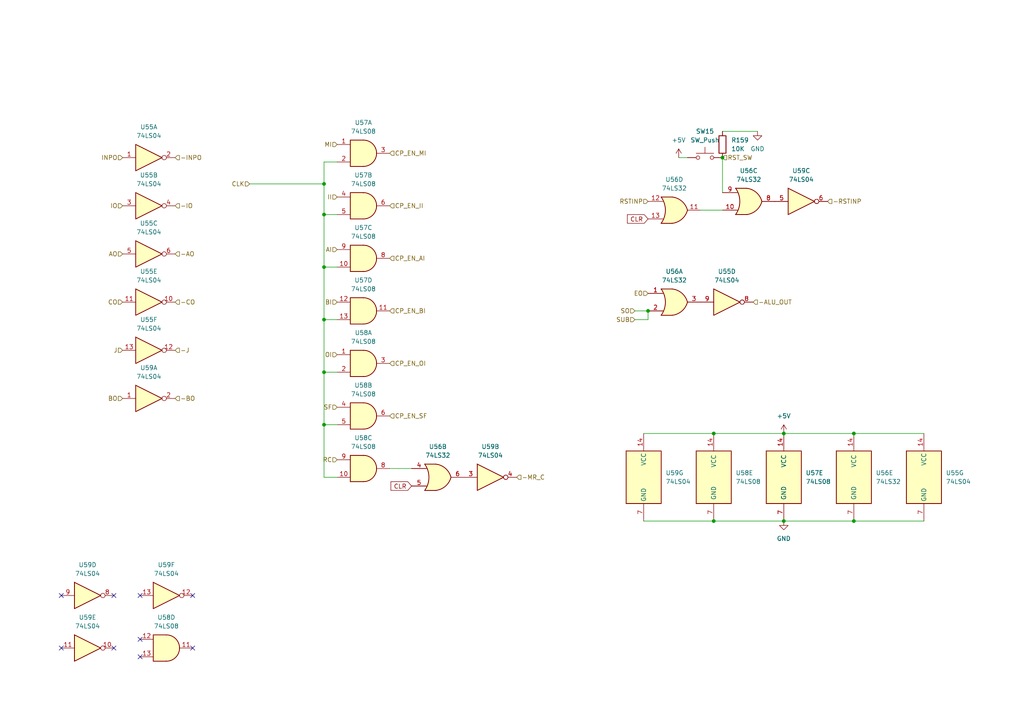
<source format=kicad_sch>
(kicad_sch (version 20230121) (generator eeschema)
  (paper "A4")
  (title_block (title "Control Logic 2/2") (date "2023-07-18") (rev "1"))
  (lib_symbols
    (symbol "74xx:74LS04"
      (property "Reference" "U" (at 0 1.27 0))
      (property "Value" "74LS04" (at 0 -1.27 0))
      (symbol "74LS04_1_0"
        (polyline (pts (xy -3.81 3.81) (xy -3.81 -3.81) (xy 3.81 0) (xy -3.81 3.81)) (stroke (width 0.254)) (fill (type background)))
        (pin input line (at -7.62 0 0) (length 3.81) (name "~") (number "1"))
        (pin output inverted (at 7.62 0 180) (length 3.81) (name "~") (number "2"))
      )
      (symbol "74LS04_2_0"
        (polyline (pts (xy -3.81 3.81) (xy -3.81 -3.81) (xy 3.81 0) (xy -3.81 3.81)) (stroke (width 0.254)) (fill (type background)))
        (pin input line (at -7.62 0 0) (length 3.81) (name "~") (number "3"))
        (pin output inverted (at 7.62 0 180) (length 3.81) (name "~") (number "4"))
      )
      (symbol "74LS04_3_0"
        (polyline (pts (xy -3.81 3.81) (xy -3.81 -3.81) (xy 3.81 0) (xy -3.81 3.81)) (stroke (width 0.254)) (fill (type background)))
        (pin input line (at -7.62 0 0) (length 3.81) (name "~") (number "5"))
        (pin output inverted (at 7.62 0 180) (length 3.81) (name "~") (number "6"))
      )
      (symbol "74LS04_4_0"
        (polyline (pts (xy -3.81 3.81) (xy -3.81 -3.81) (xy 3.81 0) (xy -3.81 3.81)) (stroke (width 0.254)) (fill (type background)))
        (pin output inverted (at 7.62 0 180) (length 3.81) (name "~") (number "8"))
        (pin input line (at -7.62 0 0) (length 3.81) (name "~") (number "9"))
      )
      (symbol "74LS04_5_0"
        (polyline (pts (xy -3.81 3.81) (xy -3.81 -3.81) (xy 3.81 0) (xy -3.81 3.81)) (stroke (width 0.254)) (fill (type background)))
        (pin output inverted (at 7.62 0 180) (length 3.81) (name "~") (number "10"))
        (pin input line (at -7.62 0 0) (length 3.81) (name "~") (number "11"))
      )
      (symbol "74LS04_6_0"
        (polyline (pts (xy -3.81 3.81) (xy -3.81 -3.81) (xy 3.81 0) (xy -3.81 3.81)) (stroke (width 0.254)) (fill (type background)))
        (pin output inverted (at 7.62 0 180) (length 3.81) (name "~") (number "12"))
        (pin input line (at -7.62 0 0) (length 3.81) (name "~") (number "13"))
      )
      (symbol "74LS04_7_0"
        (pin power_in line (at 0 12.7 270) (length 5.08) (name "VCC") (number "14"))
        (pin power_in line (at 0 -12.7 90) (length 5.08) (name "GND") (number "7"))
      )
      (symbol "74LS04_7_1"
        (rectangle (start -5.08 7.62) (end 5.08 -7.62) (stroke (width 0.254)) (fill (type background)))
      )
    )
    (symbol "74xx:74LS08" (pin_names (offset 1.016))
      (property "Reference" "U" (at 0 1.27 0))
      (property "Value" "74LS08" (at 0 -1.27 0))
      (symbol "74LS08_1_1"
        (arc (start 0 -3.81) (mid 3.7934 0) (end 0 3.81) (stroke (width 0.254)) (fill (type background)))
        (polyline (pts (xy 0 3.81) (xy -3.81 3.81) (xy -3.81 -3.81) (xy 0 -3.81)) (stroke (width 0.254)) (fill (type background)))
        (pin input line (at -7.62 2.54 0) (length 3.81) (name "~") (number "1"))
        (pin input line (at -7.62 -2.54 0) (length 3.81) (name "~") (number "2"))
        (pin output line (at 7.62 0 180) (length 3.81) (name "~") (number "3"))
      )
      (symbol "74LS08_1_2"
        (arc (start -3.81 -3.81) (mid -2.589 0) (end -3.81 3.81) (stroke (width 0.254)))
        (arc (start -0.6096 -3.81) (mid 2.1842 -2.5851) (end 3.81 0) (stroke (width 0.254)) (fill (type background)))
        (polyline (pts (xy -3.81 -3.81) (xy -0.635 -3.81)) (stroke (width 0.254)) (fill (type background)))
        (polyline (pts (xy -3.81 3.81) (xy -0.635 3.81)) (stroke (width 0.254)) (fill (type background)))
        (polyline (pts (xy -0.635 3.81) (xy -3.81 3.81) (xy -3.81 3.81) (xy -3.556 3.4036) (xy -3.0226 2.2606) (xy -2.6924 1.0414) (xy -2.6162 -0.254) (xy -2.7686 -1.4986) (xy -3.175 -2.7178) (xy -3.81 -3.81) (xy -3.81 -3.81) (xy -0.635 -3.81)) (stroke (width -25.4)) (fill (type background)))
        (arc (start 3.81 0) (mid 2.1915 2.5936) (end -0.6096 3.81) (stroke (width 0.254)) (fill (type background)))
        (pin input inverted (at -7.62 2.54 0) (length 4.318) (name "~") (number "1"))
        (pin input inverted (at -7.62 -2.54 0) (length 4.318) (name "~") (number "2"))
        (pin output inverted (at 7.62 0 180) (length 3.81) (name "~") (number "3"))
      )
      (symbol "74LS08_2_1"
        (arc (start 0 -3.81) (mid 3.7934 0) (end 0 3.81) (stroke (width 0.254)) (fill (type background)))
        (polyline (pts (xy 0 3.81) (xy -3.81 3.81) (xy -3.81 -3.81) (xy 0 -3.81)) (stroke (width 0.254)) (fill (type background)))
        (pin input line (at -7.62 2.54 0) (length 3.81) (name "~") (number "4"))
        (pin input line (at -7.62 -2.54 0) (length 3.81) (name "~") (number "5"))
        (pin output line (at 7.62 0 180) (length 3.81) (name "~") (number "6"))
      )
      (symbol "74LS08_2_2"
        (arc (start -3.81 -3.81) (mid -2.589 0) (end -3.81 3.81) (stroke (width 0.254)))
        (arc (start -0.6096 -3.81) (mid 2.1842 -2.5851) (end 3.81 0) (stroke (width 0.254)) (fill (type background)))
        (polyline (pts (xy -3.81 -3.81) (xy -0.635 -3.81)) (stroke (width 0.254)) (fill (type background)))
        (polyline (pts (xy -3.81 3.81) (xy -0.635 3.81)) (stroke (width 0.254)) (fill (type background)))
        (polyline (pts (xy -0.635 3.81) (xy -3.81 3.81) (xy -3.81 3.81) (xy -3.556 3.4036) (xy -3.0226 2.2606) (xy -2.6924 1.0414) (xy -2.6162 -0.254) (xy -2.7686 -1.4986) (xy -3.175 -2.7178) (xy -3.81 -3.81) (xy -3.81 -3.81) (xy -0.635 -3.81)) (stroke (width -25.4)) (fill (type background)))
        (arc (start 3.81 0) (mid 2.1915 2.5936) (end -0.6096 3.81) (stroke (width 0.254)) (fill (type background)))
        (pin input inverted (at -7.62 2.54 0) (length 4.318) (name "~") (number "4"))
        (pin input inverted (at -7.62 -2.54 0) (length 4.318) (name "~") (number "5"))
        (pin output inverted (at 7.62 0 180) (length 3.81) (name "~") (number "6"))
      )
      (symbol "74LS08_3_1"
        (arc (start 0 -3.81) (mid 3.7934 0) (end 0 3.81) (stroke (width 0.254)) (fill (type background)))
        (polyline (pts (xy 0 3.81) (xy -3.81 3.81) (xy -3.81 -3.81) (xy 0 -3.81)) (stroke (width 0.254)) (fill (type background)))
        (pin input line (at -7.62 -2.54 0) (length 3.81) (name "~") (number "10"))
        (pin output line (at 7.62 0 180) (length 3.81) (name "~") (number "8"))
        (pin input line (at -7.62 2.54 0) (length 3.81) (name "~") (number "9"))
      )
      (symbol "74LS08_3_2"
        (arc (start -3.81 -3.81) (mid -2.589 0) (end -3.81 3.81) (stroke (width 0.254)))
        (arc (start -0.6096 -3.81) (mid 2.1842 -2.5851) (end 3.81 0) (stroke (width 0.254)) (fill (type background)))
        (polyline (pts (xy -3.81 -3.81) (xy -0.635 -3.81)) (stroke (width 0.254)) (fill (type background)))
        (polyline (pts (xy -3.81 3.81) (xy -0.635 3.81)) (stroke (width 0.254)) (fill (type background)))
        (polyline (pts (xy -0.635 3.81) (xy -3.81 3.81) (xy -3.81 3.81) (xy -3.556 3.4036) (xy -3.0226 2.2606) (xy -2.6924 1.0414) (xy -2.6162 -0.254) (xy -2.7686 -1.4986) (xy -3.175 -2.7178) (xy -3.81 -3.81) (xy -3.81 -3.81) (xy -0.635 -3.81)) (stroke (width -25.4)) (fill (type background)))
        (arc (start 3.81 0) (mid 2.1915 2.5936) (end -0.6096 3.81) (stroke (width 0.254)) (fill (type background)))
        (pin input inverted (at -7.62 -2.54 0) (length 4.318) (name "~") (number "10"))
        (pin output inverted (at 7.62 0 180) (length 3.81) (name "~") (number "8"))
        (pin input inverted (at -7.62 2.54 0) (length 4.318) (name "~") (number "9"))
      )
      (symbol "74LS08_4_1"
        (arc (start 0 -3.81) (mid 3.7934 0) (end 0 3.81) (stroke (width 0.254)) (fill (type background)))
        (polyline (pts (xy 0 3.81) (xy -3.81 3.81) (xy -3.81 -3.81) (xy 0 -3.81)) (stroke (width 0.254)) (fill (type background)))
        (pin output line (at 7.62 0 180) (length 3.81) (name "~") (number "11"))
        (pin input line (at -7.62 2.54 0) (length 3.81) (name "~") (number "12"))
        (pin input line (at -7.62 -2.54 0) (length 3.81) (name "~") (number "13"))
      )
      (symbol "74LS08_4_2"
        (arc (start -3.81 -3.81) (mid -2.589 0) (end -3.81 3.81) (stroke (width 0.254)))
        (arc (start -0.6096 -3.81) (mid 2.1842 -2.5851) (end 3.81 0) (stroke (width 0.254)) (fill (type background)))
        (polyline (pts (xy -3.81 -3.81) (xy -0.635 -3.81)) (stroke (width 0.254)) (fill (type background)))
        (polyline (pts (xy -3.81 3.81) (xy -0.635 3.81)) (stroke (width 0.254)) (fill (type background)))
        (polyline (pts (xy -0.635 3.81) (xy -3.81 3.81) (xy -3.81 3.81) (xy -3.556 3.4036) (xy -3.0226 2.2606) (xy -2.6924 1.0414) (xy -2.6162 -0.254) (xy -2.7686 -1.4986) (xy -3.175 -2.7178) (xy -3.81 -3.81) (xy -3.81 -3.81) (xy -0.635 -3.81)) (stroke (width -25.4)) (fill (type background)))
        (arc (start 3.81 0) (mid 2.1915 2.5936) (end -0.6096 3.81) (stroke (width 0.254)) (fill (type background)))
        (pin output inverted (at 7.62 0 180) (length 3.81) (name "~") (number "11"))
        (pin input inverted (at -7.62 2.54 0) (length 4.318) (name "~") (number "12"))
        (pin input inverted (at -7.62 -2.54 0) (length 4.318) (name "~") (number "13"))
      )
      (symbol "74LS08_5_0"
        (pin power_in line (at 0 12.7 270) (length 5.08) (name "VCC") (number "14"))
        (pin power_in line (at 0 -12.7 90) (length 5.08) (name "GND") (number "7"))
      )
      (symbol "74LS08_5_1"
        (rectangle (start -5.08 7.62) (end 5.08 -7.62) (stroke (width 0.254)) (fill (type background)))
      )
    )
    (symbol "74xx:74LS32" (pin_names (offset 1.016))
      (property "Reference" "U" (at 0 1.27 0))
      (property "Value" "74LS32" (at 0 -1.27 0))
      (symbol "74LS32_1_1"
        (arc (start -3.81 -3.81) (mid -2.589 0) (end -3.81 3.81) (stroke (width 0.254)))
        (arc (start -0.6096 -3.81) (mid 2.1842 -2.5851) (end 3.81 0) (stroke (width 0.254)) (fill (type background)))
        (polyline (pts (xy -3.81 -3.81) (xy -0.635 -3.81)) (stroke (width 0.254)) (fill (type background)))
        (polyline (pts (xy -3.81 3.81) (xy -0.635 3.81)) (stroke (width 0.254)) (fill (type background)))
        (polyline (pts (xy -0.635 3.81) (xy -3.81 3.81) (xy -3.81 3.81) (xy -3.556 3.4036) (xy -3.0226 2.2606) (xy -2.6924 1.0414) (xy -2.6162 -0.254) (xy -2.7686 -1.4986) (xy -3.175 -2.7178) (xy -3.81 -3.81) (xy -3.81 -3.81) (xy -0.635 -3.81)) (stroke (width -25.4)) (fill (type background)))
        (arc (start 3.81 0) (mid 2.1915 2.5936) (end -0.6096 3.81) (stroke (width 0.254)) (fill (type background)))
        (pin input line (at -7.62 2.54 0) (length 4.318) (name "~") (number "1"))
        (pin input line (at -7.62 -2.54 0) (length 4.318) (name "~") (number "2"))
        (pin output line (at 7.62 0 180) (length 3.81) (name "~") (number "3"))
      )
      (symbol "74LS32_1_2"
        (arc (start 0 -3.81) (mid 3.7934 0) (end 0 3.81) (stroke (width 0.254)) (fill (type background)))
        (polyline (pts (xy 0 3.81) (xy -3.81 3.81) (xy -3.81 -3.81) (xy 0 -3.81)) (stroke (width 0.254)) (fill (type background)))
        (pin input inverted (at -7.62 2.54 0) (length 3.81) (name "~") (number "1"))
        (pin input inverted (at -7.62 -2.54 0) (length 3.81) (name "~") (number "2"))
        (pin output inverted (at 7.62 0 180) (length 3.81) (name "~") (number "3"))
      )
      (symbol "74LS32_2_1"
        (arc (start -3.81 -3.81) (mid -2.589 0) (end -3.81 3.81) (stroke (width 0.254)))
        (arc (start -0.6096 -3.81) (mid 2.1842 -2.5851) (end 3.81 0) (stroke (width 0.254)) (fill (type background)))
        (polyline (pts (xy -3.81 -3.81) (xy -0.635 -3.81)) (stroke (width 0.254)) (fill (type background)))
        (polyline (pts (xy -3.81 3.81) (xy -0.635 3.81)) (stroke (width 0.254)) (fill (type background)))
        (polyline (pts (xy -0.635 3.81) (xy -3.81 3.81) (xy -3.81 3.81) (xy -3.556 3.4036) (xy -3.0226 2.2606) (xy -2.6924 1.0414) (xy -2.6162 -0.254) (xy -2.7686 -1.4986) (xy -3.175 -2.7178) (xy -3.81 -3.81) (xy -3.81 -3.81) (xy -0.635 -3.81)) (stroke (width -25.4)) (fill (type background)))
        (arc (start 3.81 0) (mid 2.1915 2.5936) (end -0.6096 3.81) (stroke (width 0.254)) (fill (type background)))
        (pin input line (at -7.62 2.54 0) (length 4.318) (name "~") (number "4"))
        (pin input line (at -7.62 -2.54 0) (length 4.318) (name "~") (number "5"))
        (pin output line (at 7.62 0 180) (length 3.81) (name "~") (number "6"))
      )
      (symbol "74LS32_2_2"
        (arc (start 0 -3.81) (mid 3.7934 0) (end 0 3.81) (stroke (width 0.254)) (fill (type background)))
        (polyline (pts (xy 0 3.81) (xy -3.81 3.81) (xy -3.81 -3.81) (xy 0 -3.81)) (stroke (width 0.254)) (fill (type background)))
        (pin input inverted (at -7.62 2.54 0) (length 3.81) (name "~") (number "4"))
        (pin input inverted (at -7.62 -2.54 0) (length 3.81) (name "~") (number "5"))
        (pin output inverted (at 7.62 0 180) (length 3.81) (name "~") (number "6"))
      )
      (symbol "74LS32_3_1"
        (arc (start -3.81 -3.81) (mid -2.589 0) (end -3.81 3.81) (stroke (width 0.254)))
        (arc (start -0.6096 -3.81) (mid 2.1842 -2.5851) (end 3.81 0) (stroke (width 0.254)) (fill (type background)))
        (polyline (pts (xy -3.81 -3.81) (xy -0.635 -3.81)) (stroke (width 0.254)) (fill (type background)))
        (polyline (pts (xy -3.81 3.81) (xy -0.635 3.81)) (stroke (width 0.254)) (fill (type background)))
        (polyline (pts (xy -0.635 3.81) (xy -3.81 3.81) (xy -3.81 3.81) (xy -3.556 3.4036) (xy -3.0226 2.2606) (xy -2.6924 1.0414) (xy -2.6162 -0.254) (xy -2.7686 -1.4986) (xy -3.175 -2.7178) (xy -3.81 -3.81) (xy -3.81 -3.81) (xy -0.635 -3.81)) (stroke (width -25.4)) (fill (type background)))
        (arc (start 3.81 0) (mid 2.1915 2.5936) (end -0.6096 3.81) (stroke (width 0.254)) (fill (type background)))
        (pin input line (at -7.62 -2.54 0) (length 4.318) (name "~") (number "10"))
        (pin output line (at 7.62 0 180) (length 3.81) (name "~") (number "8"))
        (pin input line (at -7.62 2.54 0) (length 4.318) (name "~") (number "9"))
      )
      (symbol "74LS32_3_2"
        (arc (start 0 -3.81) (mid 3.7934 0) (end 0 3.81) (stroke (width 0.254)) (fill (type background)))
        (polyline (pts (xy 0 3.81) (xy -3.81 3.81) (xy -3.81 -3.81) (xy 0 -3.81)) (stroke (width 0.254)) (fill (type background)))
        (pin input inverted (at -7.62 -2.54 0) (length 3.81) (name "~") (number "10"))
        (pin output inverted (at 7.62 0 180) (length 3.81) (name "~") (number "8"))
        (pin input inverted (at -7.62 2.54 0) (length 3.81) (name "~") (number "9"))
      )
      (symbol "74LS32_4_1"
        (arc (start -3.81 -3.81) (mid -2.589 0) (end -3.81 3.81) (stroke (width 0.254)))
        (arc (start -0.6096 -3.81) (mid 2.1842 -2.5851) (end 3.81 0) (stroke (width 0.254)) (fill (type background)))
        (polyline (pts (xy -3.81 -3.81) (xy -0.635 -3.81)) (stroke (width 0.254)) (fill (type background)))
        (polyline (pts (xy -3.81 3.81) (xy -0.635 3.81)) (stroke (width 0.254)) (fill (type background)))
        (polyline (pts (xy -0.635 3.81) (xy -3.81 3.81) (xy -3.81 3.81) (xy -3.556 3.4036) (xy -3.0226 2.2606) (xy -2.6924 1.0414) (xy -2.6162 -0.254) (xy -2.7686 -1.4986) (xy -3.175 -2.7178) (xy -3.81 -3.81) (xy -3.81 -3.81) (xy -0.635 -3.81)) (stroke (width -25.4)) (fill (type background)))
        (arc (start 3.81 0) (mid 2.1915 2.5936) (end -0.6096 3.81) (stroke (width 0.254)) (fill (type background)))
        (pin output line (at 7.62 0 180) (length 3.81) (name "~") (number "11"))
        (pin input line (at -7.62 2.54 0) (length 4.318) (name "~") (number "12"))
        (pin input line (at -7.62 -2.54 0) (length 4.318) (name "~") (number "13"))
      )
      (symbol "74LS32_4_2"
        (arc (start 0 -3.81) (mid 3.7934 0) (end 0 3.81) (stroke (width 0.254)) (fill (type background)))
        (polyline (pts (xy 0 3.81) (xy -3.81 3.81) (xy -3.81 -3.81) (xy 0 -3.81)) (stroke (width 0.254)) (fill (type background)))
        (pin output inverted (at 7.62 0 180) (length 3.81) (name "~") (number "11"))
        (pin input inverted (at -7.62 2.54 0) (length 3.81) (name "~") (number "12"))
        (pin input inverted (at -7.62 -2.54 0) (length 3.81) (name "~") (number "13"))
      )
      (symbol "74LS32_5_0"
        (pin power_in line (at 0 12.7 270) (length 5.08) (name "VCC") (number "14"))
        (pin power_in line (at 0 -12.7 90) (length 5.08) (name "GND") (number "7"))
      )
      (symbol "74LS32_5_1"
        (rectangle (start -5.08 7.62) (end 5.08 -7.62) (stroke (width 0.254)) (fill (type background)))
      )
    )
    (symbol "Device:R" (pin_numbers hide) (pin_names (offset 0))
      (property "Reference" "R" (at 2.032 0 90))
      (property "Value" "R" (at 0 0 90))
      (symbol "R_0_1"
        (rectangle (start -1.016 -2.54) (end 1.016 2.54) (stroke (width 0.254)))
      )
      (symbol "R_1_1"
        (pin passive line (at 0 3.81 270) (length 1.27) (name "~") (number "1"))
        (pin passive line (at 0 -3.81 90) (length 1.27) (name "~") (number "2"))
      )
    )
    (symbol "Switch:SW_Push" (pin_numbers hide) (pin_names (offset 1.016) hide)
      (property "Reference" "SW" (at 1.27 2.54 0))
      (property "Value" "SW_Push" (at 0 -1.524 0))
      (symbol "SW_Push_0_1"
        (circle (center -2.032 0) (radius 0.508))
        (polyline (pts (xy 0 1.27) (xy 0 3.048)))
        (polyline (pts (xy 2.54 1.27) (xy -2.54 1.27)))
        (circle (center 2.032 0) (radius 0.508))
        (pin passive line (at -5.08 0 0) (length 2.54) (name "1") (number "1"))
        (pin passive line (at 5.08 0 180) (length 2.54) (name "2") (number "2"))
      )
    )
    (symbol "power:+5V" (power) (pin_names (offset 0))
      (property "Value" "+5V" (at 0 3.556 0))
      (symbol "+5V_0_1"
        (polyline (pts (xy -0.762 1.27) (xy 0 2.54)))
        (polyline (pts (xy 0 0) (xy 0 2.54)))
        (polyline (pts (xy 0 2.54) (xy 0.762 1.27)))
      )
      (symbol "+5V_1_1"
        (pin power_in line (at 0 0 90) (length 0) hide (name "+5V") (number "1"))
      )
    )
    (symbol "power:GND" (power) (pin_names (offset 0))
      (property "Value" "GND" (at 0 -3.81 0))
      (symbol "GND_0_1"
        (polyline (pts (xy 0 0) (xy 0 -1.27) (xy 1.27 -1.27) (xy 0 -2.54) (xy -1.27 -1.27) (xy 0 -1.27)))
      )
      (symbol "GND_1_1"
        (pin power_in line (at 0 0 270) (length 0) hide (name "GND") (number "1"))
      )
    )
  )
  (junction (at 209.55 45.72))
  (junction (at 227.33 151.13))
  (junction (at 93.98 53.34))
  (junction (at 227.33 125.73))
  (junction (at 93.98 62.23))
  (junction (at 93.98 77.47))
  (junction (at 207.01 125.73))
  (junction (at 207.01 151.13))
  (junction (at 187.96 90.17))
  (junction (at 93.98 107.95))
  (junction (at 93.98 123.19))
  (junction (at 93.98 92.71))
  (junction (at 247.65 125.73))
  (junction (at 247.65 151.13))
  (no_connect (at 40.64 172.72))
  (no_connect (at 17.78 187.96))
  (no_connect (at 40.64 185.42))
  (no_connect (at 33.02 172.72))
  (no_connect (at 40.64 190.5))
  (no_connect (at 55.88 187.96))
  (no_connect (at 17.78 172.72))
  (no_connect (at 33.02 187.96))
  (no_connect (at 55.88 172.72))
  (wire (pts (xy 184.15 92.71) (xy 187.96 92.71)))
  (wire (pts (xy 93.98 107.95) (xy 93.98 123.19)))
  (wire (pts (xy 93.98 77.47) (xy 97.79 77.47)))
  (wire (pts (xy 113.03 135.89) (xy 119.38 135.89)))
  (wire (pts (xy 93.98 123.19) (xy 97.79 123.19)))
  (wire (pts (xy 186.69 151.13) (xy 207.01 151.13)))
  (wire (pts (xy 93.98 46.99) (xy 97.79 46.99)))
  (wire (pts (xy 72.39 53.34) (xy 93.98 53.34)))
  (wire (pts (xy 93.98 107.95) (xy 97.79 107.95)))
  (wire (pts (xy 227.33 151.13) (xy 247.65 151.13)))
  (wire (pts (xy 187.96 92.71) (xy 187.96 90.17)))
  (wire (pts (xy 209.55 45.72) (xy 209.55 55.88)))
  (wire (pts (xy 247.65 151.13) (xy 267.97 151.13)))
  (wire (pts (xy 227.33 125.73) (xy 247.65 125.73)))
  (wire (pts (xy 93.98 123.19) (xy 93.98 138.43)))
  (wire (pts (xy 207.01 151.13) (xy 227.33 151.13)))
  (wire (pts (xy 93.98 92.71) (xy 97.79 92.71)))
  (wire (pts (xy 196.85 45.72) (xy 199.39 45.72)))
  (wire (pts (xy 184.15 90.17) (xy 187.96 90.17)))
  (wire (pts (xy 93.98 46.99) (xy 93.98 53.34)))
  (wire (pts (xy 93.98 92.71) (xy 93.98 107.95)))
  (wire (pts (xy 93.98 62.23) (xy 93.98 53.34)))
  (wire (pts (xy 209.55 38.1) (xy 219.71 38.1)))
  (wire (pts (xy 207.01 125.73) (xy 227.33 125.73)))
  (wire (pts (xy 186.69 125.73) (xy 207.01 125.73)))
  (wire (pts (xy 97.79 62.23) (xy 93.98 62.23)))
  (wire (pts (xy 247.65 125.73) (xy 267.97 125.73)))
  (wire (pts (xy 93.98 62.23) (xy 93.98 77.47)))
  (wire (pts (xy 93.98 138.43) (xy 97.79 138.43)))
  (wire (pts (xy 93.98 77.47) (xy 93.98 92.71)))
  (wire (pts (xy 203.2 60.96) (xy 209.55 60.96)))
  (global_label "CLR" (shape input) (at 187.96 63.5 180) (property "Intersheetrefs" "${INTERSHEET_REFS}" (effects hide)))
  (global_label "CLR" (shape input) (at 119.38 140.97 180) (property "Intersheetrefs" "${INTERSHEET_REFS}" (effects hide)))
  (hierarchical_label "CP_EN_II" (shape input) (at 113.03 59.69 0))
  (hierarchical_label "-CO" (shape input) (at 50.8 87.63 0))
  (hierarchical_label "-ALU_OUT" (shape input) (at 218.44 87.63 0))
  (hierarchical_label "INPO" (shape input) (at 35.56 45.72 180))
  (hierarchical_label "J" (shape input) (at 35.56 101.6 180))
  (hierarchical_label "-IO" (shape input) (at 50.8 59.69 0))
  (hierarchical_label "IO" (shape input) (at 35.56 59.69 180))
  (hierarchical_label "-INPO" (shape input) (at 50.8 45.72 0))
  (hierarchical_label "CP_EN_MI" (shape input) (at 113.03 44.45 0))
  (hierarchical_label "CP_EN_SF" (shape input) (at 113.03 120.65 0))
  (hierarchical_label "AI" (shape input) (at 97.79 72.39 180))
  (hierarchical_label "CP_EN_AI" (shape input) (at 113.03 74.93 0))
  (hierarchical_label "CO" (shape input) (at 35.56 87.63 180))
  (hierarchical_label "-AO" (shape input) (at 50.8 73.66 0))
  (hierarchical_label "RC" (shape input) (at 97.79 133.35 180))
  (hierarchical_label "II" (shape input) (at 97.79 57.15 180))
  (hierarchical_label "BO" (shape input) (at 35.56 115.57 180))
  (hierarchical_label "-BO" (shape input) (at 50.8 115.57 0))
  (hierarchical_label "-MR_C" (shape input) (at 149.86 138.43 0))
  (hierarchical_label "SF" (shape input) (at 97.79 118.11 180))
  (hierarchical_label "CP_EN_OI" (shape input) (at 113.03 105.41 0))
  (hierarchical_label "CP_EN_BI" (shape input) (at 113.03 90.17 0))
  (hierarchical_label "SO" (shape input) (at 184.15 90.17 180))
  (hierarchical_label "BI" (shape input) (at 97.79 87.63 180))
  (hierarchical_label "RSTINP" (shape input) (at 187.96 58.42 180))
  (hierarchical_label "-RSTINP" (shape input) (at 240.03 58.42 0))
  (hierarchical_label "SUB" (shape input) (at 184.15 92.71 180))
  (hierarchical_label "MI" (shape input) (at 97.79 41.91 180))
  (hierarchical_label "EO" (shape input) (at 187.96 85.09 180))
  (hierarchical_label "OI" (shape input) (at 97.79 102.87 180))
  (hierarchical_label "RST_SW" (shape input) (at 209.55 45.72 0))
  (hierarchical_label "-J" (shape input) (at 50.8 101.6 0))
  (hierarchical_label "CLK" (shape input) (at 72.39 53.34 180))
  (hierarchical_label "AO" (shape input) (at 35.56 73.66 180))
  (symbol (lib_id "74xx:74LS04") (at 43.18 101.6 0) (unit 6)
    (property "Reference" "U55" (at 43.18 92.71 0))
    (property "Value" "74LS04" (at 43.18 95.25 0))
    (property "Footprint" "Package_DIP:DIP-14_W7.62mm_Socket" (effects hide))
    (property "Datasheet" "http://www.ti.com/lit/gpn/sn74LS04" (effects hide))
  )
  (symbol (lib_id "74xx:74LS08") (at 207.01 138.43 0) (unit 5)
    (property "Reference" "U58" (at 213.36 137.16 0) (effects (justify left)))
    (property "Value" "74LS08" (at 213.36 139.7 0) (effects (justify left)))
    (property "Footprint" "Package_DIP:DIP-14_W7.62mm_Socket" (effects hide))
    (property "Datasheet" "http://www.ti.com/lit/gpn/sn74LS08" (effects hide))
  )
  (symbol (lib_id "74xx:74LS08") (at 105.41 120.65 0) (unit 2)
    (property "Reference" "U58" (at 105.4017 111.76 0))
    (property "Value" "74LS08" (at 105.4017 114.3 0))
    (property "Footprint" "Package_DIP:DIP-14_W7.62mm_Socket" (effects hide))
    (property "Datasheet" "http://www.ti.com/lit/gpn/sn74LS08" (effects hide))
  )
  (symbol (lib_id "74xx:74LS08") (at 105.41 105.41 0) (unit 1)
    (property "Reference" "U58" (at 105.4017 96.52 0))
    (property "Value" "74LS08" (at 105.4017 99.06 0))
    (property "Footprint" "Package_DIP:DIP-14_W7.62mm_Socket" (effects hide))
    (property "Datasheet" "http://www.ti.com/lit/gpn/sn74LS08" (effects hide))
  )
  (symbol (lib_id "74xx:74LS08") (at 227.33 138.43 0) (unit 5)
    (property "Reference" "U57" (at 233.68 137.16 0) (effects (justify left)))
    (property "Value" "74LS08" (at 233.68 139.7 0) (effects (justify left)))
    (property "Footprint" "Package_DIP:DIP-14_W7.62mm_Socket" (effects hide))
    (property "Datasheet" "http://www.ti.com/lit/gpn/sn74LS08" (effects hide))
  )
  (symbol (lib_id "74xx:74LS04") (at 142.24 138.43 0) (unit 2)
    (property "Reference" "U59" (at 142.24 129.54 0))
    (property "Value" "74LS04" (at 142.24 132.08 0))
    (property "Footprint" "Package_DIP:DIP-14_W7.62mm_Socket" (effects hide))
    (property "Datasheet" "http://www.ti.com/lit/gpn/sn74LS04" (effects hide))
  )
  (symbol (lib_id "74xx:74LS04") (at 210.82 87.63 0) (unit 4)
    (property "Reference" "U55" (at 210.82 78.74 0))
    (property "Value" "74LS04" (at 210.82 81.28 0))
    (property "Footprint" "Package_DIP:DIP-14_W7.62mm_Socket" (effects hide))
    (property "Datasheet" "http://www.ti.com/lit/gpn/sn74LS04" (effects hide))
  )
  (symbol (lib_id "74xx:74LS08") (at 105.41 90.17 0) (unit 4)
    (property "Reference" "U57" (at 105.4017 81.28 0))
    (property "Value" "74LS08" (at 105.4017 83.82 0))
    (property "Footprint" "Package_DIP:DIP-14_W7.62mm_Socket" (effects hide))
    (property "Datasheet" "http://www.ti.com/lit/gpn/sn74LS08" (effects hide))
  )
  (symbol (lib_id "74xx:74LS08") (at 105.41 135.89 0) (unit 3)
    (property "Reference" "U58" (at 105.4017 127 0))
    (property "Value" "74LS08" (at 105.4017 129.54 0))
    (property "Footprint" "Package_DIP:DIP-14_W7.62mm_Socket" (effects hide))
    (property "Datasheet" "http://www.ti.com/lit/gpn/sn74LS08" (effects hide))
  )
  (symbol (lib_id "74xx:74LS04") (at 25.4 187.96 0) (unit 5)
    (property "Reference" "U59" (at 25.4 179.07 0))
    (property "Value" "74LS04" (at 25.4 181.61 0))
    (property "Footprint" "Package_DIP:DIP-14_W7.62mm_Socket" (effects hide))
    (property "Datasheet" "http://www.ti.com/lit/gpn/sn74LS04" (effects hide))
  )
  (symbol (lib_id "74xx:74LS04") (at 232.41 58.42 0) (unit 3)
    (property "Reference" "U59" (at 232.41 49.53 0))
    (property "Value" "74LS04" (at 232.41 52.07 0))
    (property "Footprint" "Package_DIP:DIP-14_W7.62mm_Socket" (effects hide))
    (property "Datasheet" "http://www.ti.com/lit/gpn/sn74LS04" (effects hide))
  )
  (symbol (lib_id "74xx:74LS08") (at 48.26 187.96 0) (unit 4)
    (property "Reference" "U58" (at 48.2517 179.07 0))
    (property "Value" "74LS08" (at 48.2517 181.61 0))
    (property "Footprint" "Package_DIP:DIP-14_W7.62mm_Socket" (effects hide))
    (property "Datasheet" "http://www.ti.com/lit/gpn/sn74LS08" (effects hide))
  )
  (symbol (lib_id "74xx:74LS08") (at 105.41 44.45 0) (unit 1)
    (property "Reference" "U57" (at 105.4017 35.56 0))
    (property "Value" "74LS08" (at 105.4017 38.1 0))
    (property "Footprint" "Package_DIP:DIP-14_W7.62mm_Socket" (effects hide))
    (property "Datasheet" "http://www.ti.com/lit/gpn/sn74LS08" (effects hide))
  )
  (symbol (lib_id "74xx:74LS32") (at 127 138.43 0) (unit 2)
    (property "Reference" "U56" (at 127 129.54 0))
    (property "Value" "74LS32" (at 127 132.08 0))
    (property "Footprint" "Package_DIP:DIP-14_W7.62mm_Socket" (effects hide))
    (property "Datasheet" "http://www.ti.com/lit/gpn/sn74LS32" (effects hide))
  )
  (symbol (lib_id "74xx:74LS04") (at 43.18 73.66 0) (unit 3)
    (property "Reference" "U55" (at 43.18 64.77 0))
    (property "Value" "74LS04" (at 43.18 67.31 0))
    (property "Footprint" "Package_DIP:DIP-14_W7.62mm_Socket" (effects hide))
    (property "Datasheet" "http://www.ti.com/lit/gpn/sn74LS04" (effects hide))
  )
  (symbol (lib_id "74xx:74LS04") (at 43.18 45.72 0) (unit 1)
    (property "Reference" "U55" (at 43.18 36.83 0))
    (property "Value" "74LS04" (at 43.18 39.37 0))
    (property "Footprint" "Package_DIP:DIP-14_W7.62mm_Socket" (effects hide))
    (property "Datasheet" "http://www.ti.com/lit/gpn/sn74LS04" (effects hide))
  )
  (symbol (lib_id "74xx:74LS04") (at 43.18 87.63 0) (unit 5)
    (property "Reference" "U55" (at 43.18 78.74 0))
    (property "Value" "74LS04" (at 43.18 81.28 0))
    (property "Footprint" "Package_DIP:DIP-14_W7.62mm_Socket" (effects hide))
    (property "Datasheet" "http://www.ti.com/lit/gpn/sn74LS04" (effects hide))
  )
  (symbol (lib_id "74xx:74LS04") (at 43.18 115.57 0) (unit 1)
    (property "Reference" "U59" (at 43.18 106.68 0))
    (property "Value" "74LS04" (at 43.18 109.22 0))
    (property "Footprint" "Package_DIP:DIP-14_W7.62mm_Socket" (effects hide))
    (property "Datasheet" "http://www.ti.com/lit/gpn/sn74LS04" (effects hide))
  )
  (symbol (lib_id "Switch:SW_Push") (at 204.47 45.72 0) (unit 1)
    (property "Reference" "SW15" (at 204.47 38.1 0))
    (property "Value" "SW_Push" (at 204.47 40.64 0))
    (property "Footprint" "Button_Switch_THT:SW_PUSH_6mm" (effects hide))
  )
  (symbol (lib_id "74xx:74LS32") (at 195.58 60.96 0) (unit 4)
    (property "Reference" "U56" (at 195.58 52.07 0))
    (property "Value" "74LS32" (at 195.58 54.61 0))
    (property "Footprint" "Package_DIP:DIP-14_W7.62mm_Socket" (effects hide))
    (property "Datasheet" "http://www.ti.com/lit/gpn/sn74LS32" (effects hide))
  )
  (symbol (lib_id "74xx:74LS08") (at 105.41 59.69 0) (unit 2)
    (property "Reference" "U57" (at 105.4017 50.8 0))
    (property "Value" "74LS08" (at 105.4017 53.34 0))
    (property "Footprint" "Package_DIP:DIP-14_W7.62mm_Socket" (effects hide))
    (property "Datasheet" "http://www.ti.com/lit/gpn/sn74LS08" (effects hide))
  )
  (symbol (lib_id "74xx:74LS04") (at 25.4 172.72 0) (unit 4)
    (property "Reference" "U59" (at 25.4 163.83 0))
    (property "Value" "74LS04" (at 25.4 166.37 0))
    (property "Footprint" "Package_DIP:DIP-14_W7.62mm_Socket" (effects hide))
    (property "Datasheet" "http://www.ti.com/lit/gpn/sn74LS04" (effects hide))
  )
  (symbol (lib_id "74xx:74LS04") (at 43.18 59.69 0) (unit 2)
    (property "Reference" "U55" (at 43.18 50.8 0))
    (property "Value" "74LS04" (at 43.18 53.34 0))
    (property "Footprint" "Package_DIP:DIP-14_W7.62mm_Socket" (effects hide))
    (property "Datasheet" "http://www.ti.com/lit/gpn/sn74LS04" (effects hide))
  )
  (symbol (lib_id "74xx:74LS04") (at 48.26 172.72 0) (unit 6)
    (property "Reference" "U59" (at 48.26 163.83 0))
    (property "Value" "74LS04" (at 48.26 166.37 0))
    (property "Footprint" "Package_DIP:DIP-14_W7.62mm_Socket" (effects hide))
    (property "Datasheet" "http://www.ti.com/lit/gpn/sn74LS04" (effects hide))
  )
  (symbol (lib_id "power:GND") (at 227.33 151.13 0) (unit 1)
    (property "Reference" "#PWR047" (effects hide))
    (property "Value" "GND" (at 227.33 156.21 0))
  )
  (symbol (lib_id "74xx:74LS32") (at 195.58 87.63 0) (unit 1)
    (property "Reference" "U56" (at 195.58 78.74 0))
    (property "Value" "74LS32" (at 195.58 81.28 0))
    (property "Footprint" "Package_DIP:DIP-14_W7.62mm_Socket" (effects hide))
    (property "Datasheet" "http://www.ti.com/lit/gpn/sn74LS32" (effects hide))
  )
  (symbol (lib_id "Device:R") (at 209.55 41.91 0) (unit 1)
    (property "Reference" "R159" (at 212.09 40.64 0) (effects (justify left)))
    (property "Value" "10K" (at 212.09 43.18 0) (effects (justify left)))
    (property "Footprint" "Resistor_SMD:R_1206_3216Metric_Pad1.30x1.75mm_HandSolder" (effects hide))
  )
  (symbol (lib_id "74xx:74LS08") (at 105.41 74.93 0) (unit 3)
    (property "Reference" "U57" (at 105.4017 66.04 0))
    (property "Value" "74LS08" (at 105.4017 68.58 0))
    (property "Footprint" "Package_DIP:DIP-14_W7.62mm_Socket" (effects hide))
    (property "Datasheet" "http://www.ti.com/lit/gpn/sn74LS08" (effects hide))
  )
  (symbol (lib_id "power:+5V") (at 196.85 45.72 0) (unit 1)
    (property "Reference" "#PWR0122" (effects hide))
    (property "Value" "+5V" (at 196.85 40.64 0))
  )
  (symbol (lib_id "74xx:74LS04") (at 186.69 138.43 0) (unit 7)
    (property "Reference" "U59" (at 193.04 137.16 0) (effects (justify left)))
    (property "Value" "74LS04" (at 193.04 139.7 0) (effects (justify left)))
    (property "Footprint" "Package_DIP:DIP-14_W7.62mm_Socket" (effects hide))
    (property "Datasheet" "http://www.ti.com/lit/gpn/sn74LS04" (effects hide))
  )
  (symbol (lib_id "power:+5V") (at 227.33 125.73 0) (unit 1)
    (property "Reference" "#PWR044" (effects hide))
    (property "Value" "+5V" (at 227.33 120.65 0))
  )
  (symbol (lib_id "74xx:74LS32") (at 247.65 138.43 0) (unit 5)
    (property "Reference" "U56" (at 254 137.16 0) (effects (justify left)))
    (property "Value" "74LS32" (at 254 139.7 0) (effects (justify left)))
    (property "Footprint" "Package_DIP:DIP-14_W7.62mm_Socket" (effects hide))
    (property "Datasheet" "http://www.ti.com/lit/gpn/sn74LS32" (effects hide))
  )
  (symbol (lib_id "74xx:74LS04") (at 267.97 138.43 0) (unit 7)
    (property "Reference" "U55" (at 274.32 137.16 0) (effects (justify left)))
    (property "Value" "74LS04" (at 274.32 139.7 0) (effects (justify left)))
    (property "Footprint" "Package_DIP:DIP-14_W7.62mm_Socket" (effects hide))
    (property "Datasheet" "http://www.ti.com/lit/gpn/sn74LS04" (effects hide))
  )
  (symbol (lib_id "74xx:74LS32") (at 217.17 58.42 0) (unit 3)
    (property "Reference" "U56" (at 217.17 49.53 0))
    (property "Value" "74LS32" (at 217.17 52.07 0))
    (property "Footprint" "Package_DIP:DIP-14_W7.62mm_Socket" (effects hide))
    (property "Datasheet" "http://www.ti.com/lit/gpn/sn74LS32" (effects hide))
  )
  (symbol (lib_id "power:GND") (at 219.71 38.1 0) (unit 1)
    (property "Reference" "#PWR0121" (effects hide))
    (property "Value" "GND" (at 219.71 43.18 0))
  )
)
</source>
